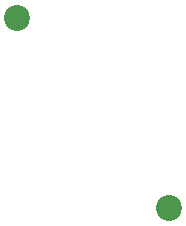
<source format=gbs>
G04 #@! TF.FileFunction,Soldermask,Bot*
%FSLAX46Y46*%
G04 Gerber Fmt 4.6, Leading zero omitted, Abs format (unit mm)*
G04 Created by KiCad (PCBNEW 4.0.5) date Sat Dec 31 13:00:02 2016*
%MOMM*%
%LPD*%
G01*
G04 APERTURE LIST*
%ADD10C,0.100000*%
%ADD11C,2.200000*%
G04 APERTURE END LIST*
D10*
D11*
X150800000Y-120030000D03*
X137970000Y-103990000D03*
M02*

</source>
